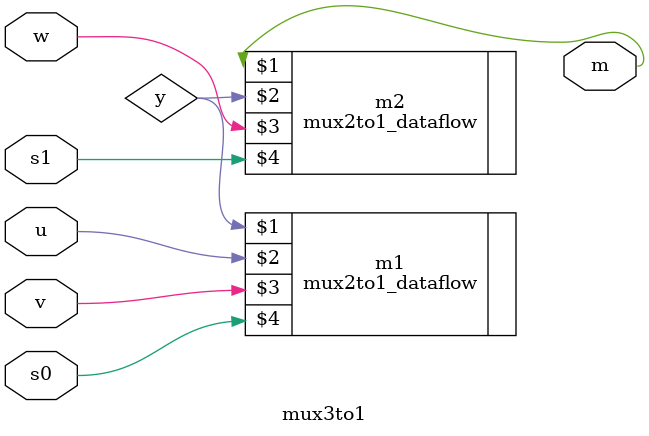
<source format=v>
`timescale 1ns / 1ps

module mux3to1(output m,
               input u,
               input v,
               input w,
               input s0,
               input s1);
wire y;
mux2to1_dataflow m1(y,u,v,s0);
mux2to1_dataflow m2(m,y,w,s1);
endmodule

</source>
